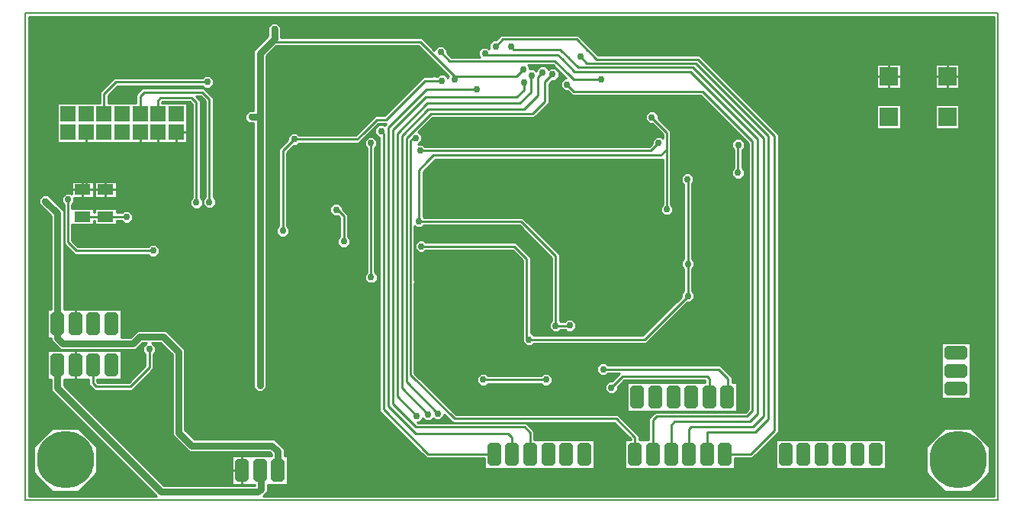
<source format=gbr>
G04 PROTEUS RS274X GERBER FILE*
%FSLAX45Y45*%
%MOMM*%
G01*
%ADD10C,0.254000*%
%ADD11C,0.762000*%
%ADD29C,0.635000*%
%ADD12C,0.762000*%
%AMDIL003*
4,1,8,
-1.270000,0.457200,-0.965200,0.762000,0.965200,0.762000,1.270000,0.457200,1.270000,-0.457200,
0.965200,-0.762000,-0.965200,-0.762000,-1.270000,-0.457200,-1.270000,0.457200,
0*%
%ADD13DIL003*%
%AMDIL004*
4,1,8,
-0.762000,0.965200,-0.457200,1.270000,0.457200,1.270000,0.762000,0.965200,0.762000,-0.965200,
0.457200,-1.270000,-0.457200,-1.270000,-0.762000,-0.965200,-0.762000,0.965200,
0*%
%ADD14DIL004*%
%ADD15C,6.350000*%
%ADD16R,1.778000X1.778000*%
%ADD70R,1.803400X1.143000*%
%ADD27R,2.032000X2.032000*%
%ADD28C,0.203200*%
G36*
X+9672320Y-6370320D02*
X+1559595Y-6370320D01*
X+1607819Y-6322096D01*
X+1607819Y-6246411D01*
X+1832204Y-6246411D01*
X+1832204Y-5926373D01*
X+1794104Y-5926373D01*
X+1794104Y-5846428D01*
X+1686886Y-5739210D01*
X+794749Y-5739210D01*
X+692165Y-5636626D01*
X+692165Y-4740900D01*
X+483105Y-4531840D01*
X+163919Y-4531840D01*
X+87092Y-4608667D01*
X-14681Y-4608667D01*
X-14681Y-4297681D01*
X-652781Y-4297681D01*
X-652781Y-3204830D01*
X-827570Y-3030040D01*
X-886486Y-3030040D01*
X-928147Y-3071701D01*
X-928147Y-3130617D01*
X-886485Y-3172278D01*
X-795019Y-3263744D01*
X-795019Y-4297681D01*
X-833119Y-4297681D01*
X-833119Y-4617719D01*
X-795019Y-4617719D01*
X-795019Y-4649610D01*
X-693724Y-4750905D01*
X+146006Y-4750905D01*
X+222833Y-4674078D01*
X+264928Y-4674078D01*
X+225838Y-4713168D01*
X+225838Y-4772084D01*
X+251238Y-4797484D01*
X+251238Y-4924216D01*
X+66613Y-5108841D01*
X-274803Y-5108841D01*
X-284481Y-5099163D01*
X-284481Y-5074919D01*
X-14681Y-5074919D01*
X-14681Y-4754881D01*
X-833119Y-4754881D01*
X-833119Y-5074919D01*
X-795019Y-5074919D01*
X-795019Y-5203374D01*
X+371927Y-6370320D01*
X-1036320Y-6370320D01*
X-1036320Y-1059180D01*
X+9672320Y-1059180D01*
X+9672320Y-6370320D01*
G37*
%LPC*%
G36*
X+9405619Y-4890719D02*
X+9405619Y-5290719D01*
X+9085581Y-5290719D01*
X+9085581Y-4672281D01*
X+9405619Y-4672281D01*
X+9405619Y-4890719D01*
G37*
G36*
X+8465719Y-6065519D02*
X+7247281Y-6065519D01*
X+7247281Y-5745481D01*
X+8465719Y-5745481D01*
X+8465719Y-6065519D01*
G37*
G36*
X+8920481Y-6114190D02*
X+8920481Y-5823810D01*
X+9125810Y-5618481D01*
X+9416190Y-5618481D01*
X+9621519Y-5823810D01*
X+9621519Y-6114190D01*
X+9416190Y-6319519D01*
X+9125810Y-6319519D01*
X+8920481Y-6114190D01*
G37*
G36*
X-985519Y-6114190D02*
X-985519Y-5823810D01*
X-780190Y-5618481D01*
X-489810Y-5618481D01*
X-284481Y-5823810D01*
X-284481Y-6114190D01*
X-489810Y-6319519D01*
X-780190Y-6319519D01*
X-985519Y-6114190D01*
G37*
G36*
X+1755080Y-1166039D02*
X+1755080Y-1287781D01*
X+3320937Y-1287781D01*
X+3459481Y-1426325D01*
X+3459481Y-1418342D01*
X+3501142Y-1376681D01*
X+3560058Y-1376681D01*
X+3601719Y-1418342D01*
X+3601719Y-1454263D01*
X+3648925Y-1501469D01*
X+3962059Y-1501469D01*
X+3951452Y-1490862D01*
X+3951452Y-1431946D01*
X+3993113Y-1390285D01*
X+4052029Y-1390285D01*
X+4069081Y-1407337D01*
X+4069081Y-1354842D01*
X+4110742Y-1313181D01*
X+4146663Y-1313181D01*
X+4200437Y-1259407D01*
X+5059572Y-1259407D01*
X+5281157Y-1480992D01*
X+6403202Y-1480992D01*
X+7281496Y-2359286D01*
X+7281496Y-2406537D01*
X+7281495Y-5657818D01*
X+6988094Y-5951219D01*
X+6795719Y-5951219D01*
X+6795719Y-6065519D01*
X+5577281Y-6065519D01*
X+5577281Y-5745481D01*
X+5640781Y-5745481D01*
X+5640781Y-5741457D01*
X+5458519Y-5559195D01*
X+3665739Y-5559195D01*
X+3570212Y-5463668D01*
X+3570212Y-5485284D01*
X+3528551Y-5526945D01*
X+3469635Y-5526945D01*
X+3449789Y-5507099D01*
X+3421384Y-5535504D01*
X+3362468Y-5535504D01*
X+3333995Y-5507031D01*
X+3333995Y-5512017D01*
X+3292334Y-5553678D01*
X+3268834Y-5553678D01*
X+3276034Y-5560878D01*
X+4480765Y-5560878D01*
X+4570219Y-5650332D01*
X+4570219Y-5745481D01*
X+5233719Y-5745481D01*
X+5233719Y-6065519D01*
X+4015281Y-6065519D01*
X+4015281Y-5951219D01*
X+3371964Y-5951219D01*
X+2849882Y-5429137D01*
X+2849882Y-2395219D01*
X+2840742Y-2395219D01*
X+2799081Y-2353558D01*
X+2799081Y-2294642D01*
X+2840742Y-2252981D01*
X+2899658Y-2252981D01*
X+2907210Y-2260534D01*
X+2926171Y-2241573D01*
X+2839583Y-2241573D01*
X+2622437Y-2458719D01*
X+1959858Y-2458719D01*
X+1934458Y-2484119D01*
X+1898537Y-2484119D01*
X+1823719Y-2558937D01*
X+1823719Y-3374142D01*
X+1849119Y-3399542D01*
X+1849119Y-3458458D01*
X+1807458Y-3500119D01*
X+1748542Y-3500119D01*
X+1706881Y-3458458D01*
X+1706881Y-3399542D01*
X+1732281Y-3374142D01*
X+1732281Y-2521063D01*
X+1833881Y-2419463D01*
X+1833881Y-2383542D01*
X+1875542Y-2341881D01*
X+1934458Y-2341881D01*
X+1959858Y-2367281D01*
X+2584563Y-2367281D01*
X+2801709Y-2150135D01*
X+2905933Y-2150135D01*
X+3336487Y-1719581D01*
X+3374361Y-1719581D01*
X+3440131Y-1719582D01*
X+3426833Y-1706284D01*
X+3426833Y-1679982D01*
X+3445432Y-1661383D01*
X+3471734Y-1661383D01*
X+3490333Y-1679982D01*
X+3490333Y-1706284D01*
X+3477036Y-1719581D01*
X+3488442Y-1719581D01*
X+3513842Y-1694181D01*
X+3572758Y-1694181D01*
X+3611881Y-1733304D01*
X+3611881Y-1723142D01*
X+3619434Y-1715590D01*
X+3283063Y-1379219D01*
X+1705857Y-1379219D01*
X+1595119Y-1489957D01*
X+1595119Y-5172958D01*
X+1553458Y-5214619D01*
X+1494542Y-5214619D01*
X+1452881Y-5172958D01*
X+1452881Y-2236791D01*
X+1403587Y-2236791D01*
X+1361926Y-2195130D01*
X+1361926Y-2136214D01*
X+1403587Y-2094553D01*
X+1452881Y-2094553D01*
X+1452881Y-1431042D01*
X+1503682Y-1380242D01*
X+1612842Y-1271082D01*
X+1612842Y-1166039D01*
X+1654503Y-1124378D01*
X+1713419Y-1124378D01*
X+1755080Y-1166039D01*
G37*
G36*
X+1010919Y-1748542D02*
X+1010919Y-1807458D01*
X+969258Y-1849119D01*
X+910342Y-1849119D01*
X+884942Y-1823719D01*
X-57241Y-1823719D01*
X-160581Y-1927059D01*
X-160581Y-2011681D01*
X+149264Y-2011681D01*
X+149264Y-1915240D01*
X+217184Y-1847320D01*
X+904536Y-1847320D01*
X+1006792Y-1949576D01*
X+1006792Y-3054242D01*
X+1032192Y-3079642D01*
X+1032192Y-3138558D01*
X+990531Y-3180219D01*
X+931615Y-3180219D01*
X+889954Y-3138558D01*
X+889954Y-3079642D01*
X+915354Y-3054242D01*
X+915354Y-1987450D01*
X+866662Y-1938758D01*
X+814868Y-1938758D01*
X+863971Y-1987861D01*
X+863971Y-3060742D01*
X+889371Y-3086142D01*
X+889371Y-3145058D01*
X+847710Y-3186719D01*
X+788794Y-3186719D01*
X+747133Y-3145058D01*
X+747133Y-3086142D01*
X+772533Y-3060742D01*
X+772533Y-2025735D01*
X+745547Y-1998749D01*
X+440782Y-1998749D01*
X+434976Y-2004555D01*
X+434976Y-2011681D01*
X+715619Y-2011681D01*
X+715619Y-2455519D01*
X-728219Y-2455519D01*
X-728219Y-2011681D01*
X-252019Y-2011681D01*
X-252019Y-1889185D01*
X-95115Y-1732281D01*
X+884942Y-1732281D01*
X+910342Y-1706881D01*
X+969258Y-1706881D01*
X+1010919Y-1748542D01*
G37*
G36*
X-321311Y-3061969D02*
X-535181Y-3061969D01*
X-535181Y-3110446D01*
X-560581Y-3135846D01*
X-560581Y-3181631D01*
X-321311Y-3181631D01*
X-321311Y-3226081D01*
X-313689Y-3226081D01*
X-313689Y-3181631D01*
X-67311Y-3181631D01*
X-67311Y-3226081D01*
X-5245Y-3226081D01*
X+15816Y-3205020D01*
X+74732Y-3205020D01*
X+116393Y-3246681D01*
X+116393Y-3305597D01*
X+74732Y-3347258D01*
X+15816Y-3347258D01*
X-13923Y-3317519D01*
X-67311Y-3317519D01*
X-67311Y-3361969D01*
X-313689Y-3361969D01*
X-313689Y-3317519D01*
X-321311Y-3317519D01*
X-321311Y-3361969D01*
X-560581Y-3361969D01*
X-560581Y-3535652D01*
X-492349Y-3603884D01*
X+282632Y-3603884D01*
X+308032Y-3578484D01*
X+366948Y-3578484D01*
X+408609Y-3620145D01*
X+408609Y-3679061D01*
X+366948Y-3720722D01*
X+308032Y-3720722D01*
X+282632Y-3695322D01*
X-530223Y-3695322D01*
X-652019Y-3573526D01*
X-652019Y-3135846D01*
X-677419Y-3110446D01*
X-677419Y-3051530D01*
X-635758Y-3009869D01*
X-576842Y-3009869D01*
X-567689Y-3019022D01*
X-567689Y-2881631D01*
X-321311Y-2881631D01*
X-321311Y-3061969D01*
G37*
G36*
X-313689Y-3061969D02*
X-313689Y-2881631D01*
X-67311Y-2881631D01*
X-67311Y-3061969D01*
X-313689Y-3061969D01*
G37*
G36*
X+8366881Y-1583481D02*
X+8636119Y-1583481D01*
X+8636119Y-1852719D01*
X+8366881Y-1852719D01*
X+8366881Y-1583481D01*
G37*
G36*
X+9016881Y-1583481D02*
X+9286119Y-1583481D01*
X+9286119Y-1852719D01*
X+9016881Y-1852719D01*
X+9016881Y-1583481D01*
G37*
G36*
X+8366881Y-2033481D02*
X+8636119Y-2033481D01*
X+8636119Y-2302719D01*
X+8366881Y-2302719D01*
X+8366881Y-2033481D01*
G37*
G36*
X+9016881Y-2033481D02*
X+9286119Y-2033481D01*
X+9286119Y-2302719D01*
X+9016881Y-2302719D01*
X+9016881Y-2033481D01*
G37*
G36*
X-857250Y-1283151D02*
X-857250Y-1256849D01*
X-838651Y-1238250D01*
X-812349Y-1238250D01*
X-793750Y-1256849D01*
X-793750Y-1283151D01*
X-812349Y-1301750D01*
X-838651Y-1301750D01*
X-857250Y-1283151D01*
G37*
G36*
X+2443325Y-3166598D02*
X+2443325Y-3187238D01*
X+2501547Y-3245460D01*
X+2501547Y-3491761D01*
X+2526947Y-3517161D01*
X+2526947Y-3576077D01*
X+2485286Y-3617738D01*
X+2426370Y-3617738D01*
X+2384709Y-3576077D01*
X+2384709Y-3517161D01*
X+2410109Y-3491761D01*
X+2410109Y-3283334D01*
X+2393950Y-3267175D01*
X+2342748Y-3267175D01*
X+2301087Y-3225514D01*
X+2301087Y-3166598D01*
X+2342748Y-3124937D01*
X+2401664Y-3124937D01*
X+2443325Y-3166598D01*
G37*
G36*
X+2825765Y-2426225D02*
X+2825765Y-2485141D01*
X+2800365Y-2510541D01*
X+2800365Y-3885951D01*
X+2828300Y-3913886D01*
X+2828300Y-3972802D01*
X+2786639Y-4014463D01*
X+2727723Y-4014463D01*
X+2686062Y-3972802D01*
X+2686062Y-3913886D01*
X+2708927Y-3891021D01*
X+2708927Y-2510541D01*
X+2683527Y-2485141D01*
X+2683527Y-2426225D01*
X+2725188Y-2384564D01*
X+2784104Y-2384564D01*
X+2825765Y-2426225D01*
G37*
G36*
X+3078542Y-1705659D02*
X+3078542Y-1679357D01*
X+3097141Y-1660758D01*
X+3123443Y-1660758D01*
X+3142042Y-1679357D01*
X+3142042Y-1705659D01*
X+3123443Y-1724258D01*
X+3097141Y-1724258D01*
X+3078542Y-1705659D01*
G37*
%LPD*%
G36*
X+4907281Y-1720737D02*
X+4921595Y-1735051D01*
X+4902143Y-1735051D01*
X+4860482Y-1776712D01*
X+4860482Y-1835628D01*
X+4902143Y-1877289D01*
X+4938064Y-1877289D01*
X+4990475Y-1929700D01*
X+6415326Y-1929700D01*
X+6942963Y-2457337D01*
X+6942963Y-5404743D01*
X+6909865Y-5437841D01*
X+5908627Y-5437841D01*
X+5840781Y-5505687D01*
X+5840781Y-5745481D01*
X+5732219Y-5745481D01*
X+5732219Y-5703583D01*
X+5496393Y-5467757D01*
X+3703613Y-5467757D01*
X+3241449Y-5005593D01*
X+3241449Y-4006865D01*
X+3256350Y-4021766D01*
X+3282652Y-4021766D01*
X+3301251Y-4003167D01*
X+3301251Y-3976865D01*
X+3282652Y-3958266D01*
X+3256350Y-3958266D01*
X+3241449Y-3973167D01*
X+3241449Y-3377804D01*
X+3259764Y-3396119D01*
X+3318680Y-3396119D01*
X+3344080Y-3370719D01*
X+4402629Y-3370719D01*
X+4759247Y-3727337D01*
X+4759248Y-4095750D01*
X+4759247Y-4428242D01*
X+4733847Y-4453642D01*
X+4733847Y-4512558D01*
X+4775508Y-4554219D01*
X+4834424Y-4554219D01*
X+4859824Y-4528819D01*
X+4910557Y-4528819D01*
X+4933391Y-4551653D01*
X+4992307Y-4551653D01*
X+5033968Y-4509992D01*
X+5033968Y-4451076D01*
X+4992307Y-4409415D01*
X+4933391Y-4409415D01*
X+4905425Y-4437381D01*
X+4859824Y-4437381D01*
X+4850685Y-4428242D01*
X+4850684Y-4095750D01*
X+4850685Y-3689463D01*
X+4440503Y-3279281D01*
X+3344080Y-3279281D01*
X+3334941Y-3270142D01*
X+3334941Y-2773355D01*
X+3470705Y-2637591D01*
X+5994619Y-2637591D01*
X+5994619Y-3135081D01*
X+5969219Y-3160481D01*
X+5969219Y-3219397D01*
X+6010880Y-3261058D01*
X+6069796Y-3261058D01*
X+6111457Y-3219397D01*
X+6111457Y-3160481D01*
X+6086057Y-3135081D01*
X+6086057Y-2320351D01*
X+5944324Y-2178618D01*
X+5944324Y-2142697D01*
X+5902663Y-2101036D01*
X+5843747Y-2101036D01*
X+5802086Y-2142697D01*
X+5802086Y-2201613D01*
X+5843747Y-2243274D01*
X+5879668Y-2243274D01*
X+5994619Y-2358225D01*
X+5994619Y-2398804D01*
X+5980095Y-2384280D01*
X+5921179Y-2384280D01*
X+5879518Y-2425941D01*
X+5879518Y-2461862D01*
X+5847099Y-2494281D01*
X+3356858Y-2494281D01*
X+3331458Y-2468881D01*
X+3282106Y-2468881D01*
X+3322319Y-2428668D01*
X+3322319Y-2369752D01*
X+3283562Y-2330994D01*
X+3439065Y-2175491D01*
X+4568240Y-2175491D01*
X+4732019Y-2011712D01*
X+4732019Y-1797243D01*
X+4765915Y-1763347D01*
X+4801836Y-1763347D01*
X+4843497Y-1721686D01*
X+4843497Y-1662770D01*
X+4801836Y-1621109D01*
X+4742920Y-1621109D01*
X+4728204Y-1635825D01*
X+4692629Y-1600250D01*
X+4633713Y-1600250D01*
X+4592052Y-1641911D01*
X+4592052Y-1657468D01*
X+4569158Y-1634574D01*
X+4516119Y-1634574D01*
X+4516119Y-1608842D01*
X+4500184Y-1592907D01*
X+4779451Y-1592907D01*
X+4907281Y-1720737D01*
G37*
%LPC*%
G36*
X+5388858Y-4918889D02*
X+6634545Y-4918889D01*
X+6764019Y-5048363D01*
X+6764019Y-5110481D01*
X+6821219Y-5110481D01*
X+6821219Y-5430519D01*
X+5602781Y-5430519D01*
X+5602781Y-5110481D01*
X+6466281Y-5110481D01*
X+6466281Y-5089108D01*
X+6466101Y-5088928D01*
X+5567528Y-5088928D01*
X+5494019Y-5162437D01*
X+5494019Y-5198358D01*
X+5452358Y-5240019D01*
X+5393442Y-5240019D01*
X+5351781Y-5198358D01*
X+5351781Y-5139442D01*
X+5393442Y-5097781D01*
X+5429363Y-5097781D01*
X+5516817Y-5010327D01*
X+5388858Y-5010327D01*
X+5363458Y-5035727D01*
X+5304542Y-5035727D01*
X+5262881Y-4994066D01*
X+5262881Y-4935150D01*
X+5304542Y-4893489D01*
X+5363458Y-4893489D01*
X+5388858Y-4918889D01*
G37*
G36*
X+4770119Y-5050542D02*
X+4770119Y-5109458D01*
X+4728458Y-5151119D01*
X+4669542Y-5151119D01*
X+4644142Y-5125719D01*
X+4055358Y-5125719D01*
X+4029958Y-5151119D01*
X+3971042Y-5151119D01*
X+3929381Y-5109458D01*
X+3929381Y-5050542D01*
X+3971042Y-5008881D01*
X+4029958Y-5008881D01*
X+4055358Y-5034281D01*
X+4644142Y-5034281D01*
X+4669542Y-5008881D01*
X+4728458Y-5008881D01*
X+4770119Y-5050542D01*
G37*
G36*
X+6339330Y-2825553D02*
X+6339330Y-2884469D01*
X+6319519Y-2904280D01*
X+6319519Y-3742442D01*
X+6344919Y-3767842D01*
X+6344919Y-3826758D01*
X+6319519Y-3852158D01*
X+6319519Y-4098042D01*
X+6344919Y-4123442D01*
X+6344919Y-4182358D01*
X+6303258Y-4224019D01*
X+6267337Y-4224019D01*
X+5810137Y-4681219D01*
X+4563358Y-4681219D01*
X+4537958Y-4706619D01*
X+4479042Y-4706619D01*
X+4437381Y-4664958D01*
X+4437381Y-4606042D01*
X+4439341Y-4604082D01*
X+4439341Y-3760195D01*
X+4325701Y-3646555D01*
X+3368246Y-3646555D01*
X+3342846Y-3671955D01*
X+3283930Y-3671955D01*
X+3242269Y-3630294D01*
X+3242269Y-3571378D01*
X+3283930Y-3529717D01*
X+3342846Y-3529717D01*
X+3368246Y-3555117D01*
X+4363575Y-3555117D01*
X+4530779Y-3722321D01*
X+4530779Y-4564381D01*
X+4537958Y-4564381D01*
X+4563358Y-4589781D01*
X+5772263Y-4589781D01*
X+6202681Y-4159363D01*
X+6202681Y-4123442D01*
X+6228081Y-4098042D01*
X+6228081Y-3852158D01*
X+6202681Y-3826758D01*
X+6202681Y-3767842D01*
X+6228081Y-3742442D01*
X+6228081Y-2915458D01*
X+6197092Y-2884469D01*
X+6197092Y-2825553D01*
X+6238753Y-2783892D01*
X+6297669Y-2783892D01*
X+6339330Y-2825553D01*
G37*
G36*
X+6903719Y-2447042D02*
X+6903719Y-2505958D01*
X+6875393Y-2534284D01*
X+6875393Y-2729435D01*
X+6900793Y-2754835D01*
X+6900793Y-2813751D01*
X+6859132Y-2855412D01*
X+6800216Y-2855412D01*
X+6758555Y-2813751D01*
X+6758555Y-2754835D01*
X+6783955Y-2729435D01*
X+6783955Y-2528432D01*
X+6761481Y-2505958D01*
X+6761481Y-2447042D01*
X+6803142Y-2405381D01*
X+6862058Y-2405381D01*
X+6903719Y-2447042D01*
G37*
G36*
X+3494089Y-5213755D02*
X+3494089Y-5187453D01*
X+3512688Y-5168854D01*
X+3538990Y-5168854D01*
X+3557589Y-5187453D01*
X+3557589Y-5213755D01*
X+3538990Y-5232354D01*
X+3512688Y-5232354D01*
X+3494089Y-5213755D01*
G37*
%LPD*%
G36*
X+426877Y-4676764D02*
X+549927Y-4799814D01*
X+549927Y-5695540D01*
X+735835Y-5881448D01*
X+1627972Y-5881448D01*
X+1651866Y-5905342D01*
X+1651866Y-5926373D01*
X+1213766Y-5926373D01*
X+1213766Y-6246411D01*
X+1465581Y-6246411D01*
X+1465581Y-6254043D01*
X+456802Y-6254043D01*
X-652781Y-5144460D01*
X-652781Y-5074919D01*
X-375919Y-5074919D01*
X-375919Y-5137037D01*
X-312677Y-5200279D01*
X+104487Y-5200279D01*
X+342676Y-4962090D01*
X+342676Y-4797484D01*
X+368076Y-4772084D01*
X+368076Y-4713168D01*
X+328986Y-4674078D01*
X+424191Y-4674078D01*
X+426877Y-4676764D01*
G37*
D10*
X+2870200Y-2324100D02*
X+2895600Y-2349500D01*
X+2895600Y-5410199D01*
X+3390901Y-5905500D01*
X+4124500Y-5905500D01*
X+296957Y-4742626D02*
X+296957Y-4943153D01*
X+85550Y-5154560D01*
X-293740Y-5154560D01*
X-330200Y-5118100D01*
X-330200Y-4921200D01*
X-323900Y-4914900D01*
X-762000Y-1524000D02*
X-825500Y-1460500D01*
X-825500Y-1270000D01*
X-444500Y-2971800D02*
X-762000Y-2971800D01*
X-825500Y-2908300D01*
X-825500Y-1587500D01*
X-762000Y-1524000D01*
X+270591Y-3450509D02*
X+195881Y-3375799D01*
X+195881Y-2971800D01*
X-523900Y-4457700D02*
X-523900Y-4268170D01*
X-427468Y-4171738D01*
X-348209Y-4092479D01*
X+569730Y-4092479D01*
X+667422Y-3994787D01*
X+667422Y-3674061D01*
X+521805Y-3528444D01*
X+510746Y-3528444D01*
X+348526Y-3528444D01*
X+336653Y-3516571D01*
X+270591Y-3450509D01*
X+195881Y-2971800D02*
X+195881Y-2900981D01*
X-190500Y-2971800D02*
X+195881Y-2971800D01*
X+193700Y-2333600D02*
X+195881Y-2335781D01*
X+195881Y-2863280D01*
X+195881Y-2900981D02*
X+195881Y-2863280D01*
X-444500Y-2971800D02*
X-203200Y-2971800D01*
X-190500Y-2971800D02*
X-203200Y-2971800D01*
X-406300Y-2333600D02*
X-406300Y-2933600D01*
X-444500Y-2971800D01*
X+3251200Y-2399210D02*
X+3251200Y-2374900D01*
X+3195730Y-2430370D01*
X+3195730Y-5024530D01*
X+3684676Y-5513476D01*
X+5477456Y-5513476D01*
X+5686500Y-5722520D01*
X+5686500Y-5905500D01*
X+3499093Y-5455826D02*
X+3149600Y-5106333D01*
X+3149600Y-5020263D01*
X+3262876Y-5482559D02*
X+3048000Y-5267683D01*
X+4539700Y-1705693D02*
X+4533900Y-1711493D01*
X+4533900Y-1892300D01*
X+4409803Y-2016397D01*
X+3381104Y-2016397D01*
X+3048000Y-2349501D01*
X+3048000Y-5216104D01*
X+3048000Y-5267683D01*
X-606300Y-3080988D02*
X-606300Y-3554589D01*
X-565712Y-3595177D01*
X-511286Y-3649603D01*
X+337490Y-3649603D01*
X+4000500Y-5080000D02*
X+4699000Y-5080000D01*
X+3302000Y-2540000D02*
X+5866036Y-2540000D01*
X+5950637Y-2455399D01*
X+939800Y-1778000D02*
X-76178Y-1778000D01*
X-206300Y-1908122D01*
X-206300Y-2133600D01*
X+193700Y-2133600D02*
X+194983Y-2132317D01*
X+194983Y-1934177D01*
X+236121Y-1893039D01*
X+885599Y-1893039D01*
X+961073Y-1968513D01*
X+961073Y-3109100D01*
X+393700Y-2133600D02*
X+387395Y-2138316D01*
X+389257Y-2136454D01*
X+389257Y-1985618D01*
X+421845Y-1953030D01*
X+764484Y-1953030D01*
X+818252Y-2006798D01*
X+818252Y-3115600D01*
X+5422900Y-5168900D02*
X+5548591Y-5043209D01*
X+6485038Y-5043209D01*
X+6512000Y-5070171D01*
X+6512000Y-5270500D01*
X+5334000Y-4964608D02*
X+6615608Y-4964608D01*
X+6718300Y-5067300D01*
X+6718300Y-5264200D01*
X+6712000Y-5270500D01*
X+1778000Y-3429000D02*
X+1778000Y-2540000D01*
X+1905000Y-2413000D01*
X+3289222Y-3325000D02*
X+3746500Y-3325000D01*
X+6040338Y-3189939D02*
X+6040338Y-2755900D01*
X+6040338Y-2730500D02*
X+6040338Y-2755900D01*
X-190500Y-3271800D02*
X+40935Y-3271800D01*
X+45274Y-3276139D01*
X-190500Y-3271800D02*
X-444500Y-3271800D01*
X+4962849Y-4480534D02*
X+4972573Y-4480534D01*
X+4970007Y-4483100D01*
X+4804966Y-4483100D01*
X+3931405Y-1858255D02*
X+3374145Y-1858255D01*
X+2946400Y-2286000D01*
X+2946400Y-5372100D01*
X+3251200Y-5676900D01*
X+4279900Y-5676900D01*
X+4324500Y-5721500D01*
X+4324500Y-5905500D01*
X+4635500Y-4635500D02*
X+5270500Y-4635500D01*
X+6273800Y-4152900D02*
X+5791200Y-4635500D01*
X+5435600Y-4635500D01*
X+5270500Y-4635500D02*
X+5435600Y-4635500D01*
X+4508500Y-4635500D02*
X+4485060Y-4612060D01*
X+4485060Y-3741258D01*
X+4344638Y-3600836D01*
X+3313388Y-3600836D01*
X+4508500Y-4635500D02*
X+4635500Y-4635500D01*
X+2455828Y-3546619D02*
X+2455828Y-3264397D01*
X+2372206Y-3180775D01*
X+2372206Y-3196056D01*
D11*
X-723900Y-4457700D02*
X-723900Y-3234287D01*
X-857028Y-3101159D01*
X+1722985Y-6086392D02*
X+1722985Y-5875885D01*
X+1714500Y-5867400D01*
X+1657429Y-5810329D01*
X+765292Y-5810329D01*
X+621046Y-5666083D01*
X+621046Y-4770357D01*
X+477165Y-4626476D01*
X+453648Y-4602959D01*
X+193376Y-4602959D01*
X+116549Y-4679786D01*
X-664267Y-4679786D01*
X-723900Y-4620153D01*
X-723900Y-4457700D01*
D10*
X+6273800Y-3797300D02*
X+6273800Y-3848100D01*
X+6268211Y-2855011D02*
X+6273800Y-2860600D01*
X+6273800Y-3797300D01*
X+6273800Y-4152900D02*
X+6273800Y-3848100D01*
D11*
X+1524000Y-2159000D02*
X+1524000Y-5143500D01*
X+1524000Y-1841500D02*
X+1524000Y-2159000D01*
D29*
X+1524000Y-6081898D02*
X+1525692Y-6080206D01*
D10*
X+1522985Y-6086392D02*
X+1524000Y-6084073D01*
D11*
X+1524000Y-6087407D01*
X+1524000Y-6081898D02*
X+1524000Y-6084073D01*
D10*
X+1525692Y-6080206D02*
X+1524000Y-6084073D01*
D11*
X-723900Y-4914900D02*
X-723900Y-5173917D01*
X-669024Y-5228793D01*
X+427345Y-6325162D01*
X+1504177Y-6325162D01*
X+1536700Y-6292639D01*
X+1536700Y-6261100D01*
X+1536700Y-6091214D01*
X+1525692Y-6080206D01*
X+1523021Y-6081898D02*
X+1522985Y-6081898D01*
X+1524000Y-6081898D02*
X+1523021Y-6081898D01*
D29*
X+1523013Y-6082885D02*
X+1523061Y-6082837D01*
X+1523013Y-6082885D02*
X+1522985Y-6082913D01*
D10*
X+1522985Y-6086392D02*
X+1523013Y-6082885D01*
X+1523021Y-6081898D02*
X+1523013Y-6082885D01*
D11*
X+1522593Y-6081898D02*
X+1522544Y-6081898D01*
X+1522985Y-6081898D02*
X+1522593Y-6081898D01*
D29*
X+1522985Y-6081898D02*
X+1522985Y-6075689D01*
X+1522593Y-6076081D01*
X+1522985Y-6081898D02*
X+1522985Y-6082913D01*
D11*
X+1522544Y-6081898D02*
X+1522593Y-6083305D01*
D29*
X+1522593Y-6081898D02*
X+1522593Y-6083305D01*
X+1522593Y-6081898D02*
X+1522593Y-6076081D01*
D11*
X+1522985Y-6086392D02*
X+1524000Y-6087407D01*
D29*
X+1524000Y-6081898D02*
X+1523061Y-6082837D01*
D11*
X+1522985Y-6086392D02*
X+1523061Y-6082837D01*
D29*
X+1522985Y-6086392D02*
X+1522985Y-6082913D01*
X+1522593Y-6083305D01*
D10*
X+4458798Y-1785213D02*
X+4458798Y-1864967D01*
X+4375699Y-1948066D01*
X+3360534Y-1948066D01*
X+2997200Y-2311400D01*
X+2997200Y-5346700D01*
X+3257097Y-5606597D01*
X+4461828Y-5606597D01*
X+4524500Y-5669269D01*
X+4524500Y-5905500D01*
D11*
X+1433045Y-2165672D02*
X+1517328Y-2165672D01*
X+1524000Y-2159000D01*
D10*
X+1651000Y-1333500D02*
X+1707093Y-1333500D01*
D11*
X+1524000Y-1460500D02*
X+1524000Y-1515220D01*
X+1524000Y-1841500D02*
X+1524000Y-1515220D01*
D10*
X+6829674Y-2784293D02*
X+6829674Y-2479426D01*
X+6832600Y-2476500D01*
X+6988682Y-2438400D02*
X+6988682Y-5423680D01*
X+6928802Y-5483560D01*
X+5927564Y-5483560D01*
X+5886500Y-5524624D01*
X+5886500Y-5905500D01*
X+7112000Y-2400300D02*
X+7112000Y-5435600D01*
X+7112000Y-5486615D01*
X+6997915Y-5600700D01*
X+6311900Y-5600700D01*
X+6286500Y-5626100D01*
X+6286500Y-5905500D01*
X+7167893Y-2374900D02*
X+7166779Y-2373786D01*
X+7166779Y-5517588D01*
X+7020167Y-5664200D01*
X+6489700Y-5664200D01*
X+6486500Y-5667400D01*
X+6486500Y-5905500D01*
X+7235777Y-2387600D02*
X+7235777Y-2378223D01*
X+7235777Y-2387600D02*
X+7235777Y-5638880D01*
X+7231166Y-5643491D01*
X+6969157Y-5905500D01*
X+6686500Y-5905500D01*
X+5873205Y-2172155D02*
X+6040338Y-2339288D01*
X+6040338Y-2451100D01*
X+6815391Y-2265109D02*
X+6434263Y-1883981D01*
X+5119717Y-1883981D01*
X+5009412Y-1883981D01*
X+4931601Y-1806170D01*
X+6988682Y-2438400D02*
X+6815391Y-2265109D01*
X+4772378Y-1692228D02*
X+4686300Y-1778306D01*
X+4686300Y-1849291D01*
X+4686300Y-1992775D01*
X+4549303Y-2129772D01*
X+3420128Y-2129772D01*
X+3149600Y-2400300D01*
X+3149600Y-5003800D01*
X+3149600Y-5020263D01*
X+4663171Y-1671369D02*
X+4611768Y-1722772D01*
X+4611768Y-1808799D01*
X+4611768Y-1929955D01*
X+4457641Y-2084082D01*
X+3389617Y-2084082D01*
X+3098800Y-2374899D01*
X+3098800Y-5171259D01*
X+3391926Y-5464385D01*
X+5740400Y-1618066D02*
X+5665854Y-1618066D01*
X+7112000Y-2400300D02*
X+6329766Y-1618066D01*
X+5740400Y-1618066D01*
X+5765800Y-1572418D02*
X+5689600Y-1572418D01*
X+5153818Y-1572418D01*
X+5080000Y-1498600D01*
X+7166779Y-2373786D02*
X+6365411Y-1572418D01*
X+5765800Y-1572418D01*
X+5829300Y-1526711D02*
X+5736878Y-1526711D01*
X+7235777Y-2378223D02*
X+6384265Y-1526711D01*
X+5829300Y-1526711D01*
X+3683000Y-1714500D02*
X+4368800Y-1714500D01*
X+4445000Y-1638300D01*
X+3683000Y-1752600D02*
X+3683000Y-1714500D01*
X+3543300Y-1765300D02*
X+3355424Y-1765300D01*
X+3284262Y-1836462D01*
X+3179655Y-1941069D01*
X+2924870Y-2195854D01*
X+2849673Y-2195854D01*
X+2820646Y-2195854D01*
X+2667000Y-2349500D01*
X+2603500Y-2413000D01*
X+1905000Y-2413000D01*
X+3683000Y-1714500D02*
X+3399994Y-1431494D01*
X+3302000Y-1333500D01*
X+3263900Y-1333500D01*
X+3032105Y-1333500D01*
X+1707093Y-1333500D01*
X+2757181Y-3943344D02*
X+2754646Y-3940809D01*
X+2754646Y-2455683D01*
X+3458583Y-1693133D02*
X+3110917Y-1693133D01*
X+3110292Y-1692508D01*
X+4953000Y-1701800D02*
X+4798388Y-1547188D01*
X+4798387Y-1547188D01*
X+4643048Y-1547188D01*
X+3945081Y-1547188D01*
X+3629988Y-1547188D01*
X+3530600Y-1447800D01*
X+5308600Y-1752600D02*
X+5003799Y-1752600D01*
X+4953000Y-1701800D01*
X+4798388Y-1547188D01*
X+4798387Y-1547188D01*
X+4643048Y-1547188D01*
X+3945081Y-1547188D01*
X+4876800Y-1524000D02*
X+4831949Y-1479149D01*
X+4040316Y-1479149D01*
X+4022571Y-1461404D01*
X+6086500Y-5905500D02*
X+6086500Y-5581872D01*
X+6123653Y-5544719D01*
X+6958586Y-5544719D01*
X+7048500Y-5454805D01*
X+7048500Y-2413000D01*
X+6299200Y-1663700D01*
X+5016500Y-1663700D01*
X+4876800Y-1524000D01*
X+4813300Y-1416433D02*
X+4858205Y-1416433D01*
X+4858206Y-1416433D01*
X+5059839Y-1618066D01*
X+5665854Y-1618066D02*
X+5059839Y-1618066D01*
X+4953036Y-1511264D02*
X+4858206Y-1416433D01*
X+4813300Y-1416433D02*
X+4617771Y-1416433D01*
X+4341464Y-1416433D01*
X+4313581Y-1388550D01*
X+4978400Y-1305126D02*
X+5040634Y-1305126D01*
X+5040635Y-1305126D01*
X+5262220Y-1526711D01*
X+5736878Y-1526711D02*
X+5262220Y-1526711D01*
X+5163404Y-1427896D02*
X+5040635Y-1305126D01*
X+4978400Y-1305126D02*
X+4219374Y-1305126D01*
X+4140200Y-1384300D01*
D11*
X+1574800Y-1409700D02*
X+1651000Y-1333500D01*
X+1683961Y-1300539D01*
X+1683961Y-1195497D01*
X+1574800Y-1409700D02*
X+1524000Y-1460500D01*
D10*
X+3269501Y-3990016D02*
X+3269501Y-4944266D01*
X+3525839Y-5200604D01*
X+3289222Y-3325000D02*
X+3289222Y-2754418D01*
X+3385117Y-2658523D01*
X+3451768Y-2591872D01*
X+3666033Y-2591872D01*
X+5975766Y-2591872D01*
X+6040338Y-2527300D01*
X+6040338Y-2730500D02*
X+6040338Y-2527300D01*
X+6040338Y-2451100D01*
X+4292600Y-3325000D02*
X+4421566Y-3325000D01*
X+4804966Y-3708400D01*
X+4804966Y-4483100D02*
X+4804966Y-3708400D01*
X+4292600Y-3325000D02*
X+3746500Y-3325000D01*
D12*
X+2870200Y-2324100D03*
X+296957Y-4742626D03*
X-825500Y-1270000D03*
X+3251200Y-2399210D03*
X+3499093Y-5455826D03*
X+3391926Y-5464385D03*
X+3262876Y-5482559D03*
X+4539700Y-1705693D03*
X+337490Y-3649603D03*
X-606300Y-3080988D03*
X+4699000Y-5080000D03*
X+4000500Y-5080000D03*
X+5950637Y-2455399D03*
X+3302000Y-2540000D03*
X+939800Y-1778000D03*
X+961073Y-3109100D03*
X+818252Y-3115600D03*
X+5422900Y-5168900D03*
X+5334000Y-4964608D03*
X+1905000Y-2413000D03*
X+1778000Y-3429000D03*
X+6040338Y-3189939D03*
X+45274Y-3276139D03*
X+4804966Y-4483100D03*
X+4962849Y-4480534D03*
X+3289222Y-3325000D03*
X+3931405Y-1858255D03*
X+4508500Y-4635500D03*
X+3313388Y-3600836D03*
X+2372206Y-3196056D03*
X+2455828Y-3546619D03*
X-857028Y-3101159D03*
X+6273800Y-4152900D03*
X+6273800Y-3797300D03*
X+6268211Y-2855011D03*
X+1524000Y-5143500D03*
X+3683000Y-1752600D03*
X+4458798Y-1785213D03*
X+1433045Y-2165672D03*
X+6829674Y-2784293D03*
X+6832600Y-2476500D03*
X+4931601Y-1806170D03*
X+5873205Y-2172155D03*
X+4772378Y-1692228D03*
X+4663171Y-1671369D03*
X+5080000Y-1498600D03*
X+4445000Y-1638300D03*
X+3543300Y-1765300D03*
X+2757181Y-3943344D03*
X+2754646Y-2455683D03*
X+5308600Y-1752600D03*
X+3458583Y-1693133D03*
X+3110292Y-1692508D03*
X+3530600Y-1447800D03*
X+4022571Y-1461404D03*
X+4313581Y-1388550D03*
X+4140200Y-1384300D03*
X+1683961Y-1195497D03*
X+3269501Y-3990016D03*
X+3525839Y-5200604D03*
D10*
X+9672320Y-6370320D02*
X+1559595Y-6370320D01*
X+1607819Y-6322096D01*
X+1607819Y-6246411D01*
X+1832204Y-6246411D01*
X+1832204Y-5926373D01*
X+1794104Y-5926373D01*
X+1794104Y-5846428D01*
X+1686886Y-5739210D01*
X+794749Y-5739210D01*
X+692165Y-5636626D01*
X+692165Y-4740900D01*
X+483105Y-4531840D01*
X+163919Y-4531840D01*
X+87092Y-4608667D01*
X-14681Y-4608667D01*
X-14681Y-4297681D01*
X-652781Y-4297681D01*
X-652781Y-3204830D01*
X-827570Y-3030040D01*
X-886486Y-3030040D01*
X-928147Y-3071701D01*
X-928147Y-3130617D01*
X-886485Y-3172278D01*
X-795019Y-3263744D01*
X-795019Y-4297681D01*
X-833119Y-4297681D01*
X-833119Y-4617719D01*
X-795019Y-4617719D01*
X-795019Y-4649610D01*
X-693724Y-4750905D01*
X+146006Y-4750905D01*
X+222833Y-4674078D01*
X+264928Y-4674078D01*
X+225838Y-4713168D01*
X+225838Y-4772084D01*
X+251238Y-4797484D01*
X+251238Y-4924216D01*
X+66613Y-5108841D01*
X-274803Y-5108841D01*
X-284481Y-5099163D01*
X-284481Y-5074919D01*
X-14681Y-5074919D01*
X-14681Y-4754881D01*
X-833119Y-4754881D01*
X-833119Y-5074919D01*
X-795019Y-5074919D01*
X-795019Y-5203374D01*
X+371927Y-6370320D01*
X-1036320Y-6370320D01*
X-1036320Y-1059180D01*
X+9672320Y-1059180D01*
X+9672320Y-6370320D01*
X+9405619Y-4890719D02*
X+9405619Y-5290719D01*
X+9085581Y-5290719D01*
X+9085581Y-4672281D01*
X+9405619Y-4672281D01*
X+9405619Y-4890719D01*
X+8465719Y-6065519D02*
X+7247281Y-6065519D01*
X+7247281Y-5745481D01*
X+8465719Y-5745481D01*
X+8465719Y-6065519D01*
X+8920481Y-6114190D02*
X+8920481Y-5823810D01*
X+9125810Y-5618481D01*
X+9416190Y-5618481D01*
X+9621519Y-5823810D01*
X+9621519Y-6114190D01*
X+9416190Y-6319519D01*
X+9125810Y-6319519D01*
X+8920481Y-6114190D01*
X-985519Y-6114190D02*
X-985519Y-5823810D01*
X-780190Y-5618481D01*
X-489810Y-5618481D01*
X-284481Y-5823810D01*
X-284481Y-6114190D01*
X-489810Y-6319519D01*
X-780190Y-6319519D01*
X-985519Y-6114190D01*
X+1755080Y-1166039D02*
X+1755080Y-1287781D01*
X+3320937Y-1287781D01*
X+3459481Y-1426325D01*
X+3459481Y-1418342D01*
X+3501142Y-1376681D01*
X+3560058Y-1376681D01*
X+3601719Y-1418342D01*
X+3601719Y-1454263D01*
X+3648925Y-1501469D01*
X+3962059Y-1501469D01*
X+3951452Y-1490862D01*
X+3951452Y-1431946D01*
X+3993113Y-1390285D01*
X+4052029Y-1390285D01*
X+4069081Y-1407337D01*
X+4069081Y-1354842D01*
X+4110742Y-1313181D01*
X+4146663Y-1313181D01*
X+4200437Y-1259407D01*
X+5059572Y-1259407D01*
X+5281157Y-1480992D01*
X+6403202Y-1480992D01*
X+7281496Y-2359286D01*
X+7281496Y-2406537D01*
X+7281495Y-5657818D01*
X+6988094Y-5951219D01*
X+6795719Y-5951219D01*
X+6795719Y-6065519D01*
X+5577281Y-6065519D01*
X+5577281Y-5745481D01*
X+5640781Y-5745481D01*
X+5640781Y-5741457D01*
X+5458519Y-5559195D01*
X+3665739Y-5559195D01*
X+3570212Y-5463668D01*
X+3570212Y-5485284D01*
X+3528551Y-5526945D01*
X+3469635Y-5526945D01*
X+3449789Y-5507099D01*
X+3421384Y-5535504D01*
X+3362468Y-5535504D01*
X+3333995Y-5507031D01*
X+3333995Y-5512017D01*
X+3292334Y-5553678D01*
X+3268834Y-5553678D01*
X+3276034Y-5560878D01*
X+4480765Y-5560878D01*
X+4570219Y-5650332D01*
X+4570219Y-5745481D01*
X+5233719Y-5745481D01*
X+5233719Y-6065519D01*
X+4015281Y-6065519D01*
X+4015281Y-5951219D01*
X+3371964Y-5951219D01*
X+2849882Y-5429137D01*
X+2849882Y-2395219D01*
X+2840742Y-2395219D01*
X+2799081Y-2353558D01*
X+2799081Y-2294642D01*
X+2840742Y-2252981D01*
X+2899658Y-2252981D01*
X+2907210Y-2260534D01*
X+2926171Y-2241573D01*
X+2839583Y-2241573D01*
X+2622437Y-2458719D01*
X+1959858Y-2458719D01*
X+1934458Y-2484119D01*
X+1898537Y-2484119D01*
X+1823719Y-2558937D01*
X+1823719Y-3374142D01*
X+1849119Y-3399542D01*
X+1849119Y-3458458D01*
X+1807458Y-3500119D01*
X+1748542Y-3500119D01*
X+1706881Y-3458458D01*
X+1706881Y-3399542D01*
X+1732281Y-3374142D01*
X+1732281Y-2521063D01*
X+1833881Y-2419463D01*
X+1833881Y-2383542D01*
X+1875542Y-2341881D01*
X+1934458Y-2341881D01*
X+1959858Y-2367281D01*
X+2584563Y-2367281D01*
X+2801709Y-2150135D01*
X+2905933Y-2150135D01*
X+3336487Y-1719581D01*
X+3374361Y-1719581D01*
X+3440131Y-1719582D01*
X+3426833Y-1706284D01*
X+3426833Y-1679982D01*
X+3445432Y-1661383D01*
X+3471734Y-1661383D01*
X+3490333Y-1679982D01*
X+3490333Y-1706284D01*
X+3477036Y-1719581D01*
X+3488442Y-1719581D01*
X+3513842Y-1694181D01*
X+3572758Y-1694181D01*
X+3611881Y-1733304D01*
X+3611881Y-1723142D01*
X+3619434Y-1715590D01*
X+3283063Y-1379219D01*
X+1705857Y-1379219D01*
X+1595119Y-1489957D01*
X+1595119Y-5172958D01*
X+1553458Y-5214619D01*
X+1494542Y-5214619D01*
X+1452881Y-5172958D01*
X+1452881Y-2236791D01*
X+1403587Y-2236791D01*
X+1361926Y-2195130D01*
X+1361926Y-2136214D01*
X+1403587Y-2094553D01*
X+1452881Y-2094553D01*
X+1452881Y-1431042D01*
X+1503682Y-1380242D01*
X+1612842Y-1271082D01*
X+1612842Y-1166039D01*
X+1654503Y-1124378D01*
X+1713419Y-1124378D01*
X+1755080Y-1166039D01*
X+1010919Y-1748542D02*
X+1010919Y-1807458D01*
X+969258Y-1849119D01*
X+910342Y-1849119D01*
X+884942Y-1823719D01*
X-57241Y-1823719D01*
X-160581Y-1927059D01*
X-160581Y-2011681D01*
X+149264Y-2011681D01*
X+149264Y-1915240D01*
X+217184Y-1847320D01*
X+904536Y-1847320D01*
X+1006792Y-1949576D01*
X+1006792Y-3054242D01*
X+1032192Y-3079642D01*
X+1032192Y-3138558D01*
X+990531Y-3180219D01*
X+931615Y-3180219D01*
X+889954Y-3138558D01*
X+889954Y-3079642D01*
X+915354Y-3054242D01*
X+915354Y-1987450D01*
X+866662Y-1938758D01*
X+814868Y-1938758D01*
X+863971Y-1987861D01*
X+863971Y-3060742D01*
X+889371Y-3086142D01*
X+889371Y-3145058D01*
X+847710Y-3186719D01*
X+788794Y-3186719D01*
X+747133Y-3145058D01*
X+747133Y-3086142D01*
X+772533Y-3060742D01*
X+772533Y-2025735D01*
X+745547Y-1998749D01*
X+440782Y-1998749D01*
X+434976Y-2004555D01*
X+434976Y-2011681D01*
X+715619Y-2011681D01*
X+715619Y-2455519D01*
X-728219Y-2455519D01*
X-728219Y-2011681D01*
X-252019Y-2011681D01*
X-252019Y-1889185D01*
X-95115Y-1732281D01*
X+884942Y-1732281D01*
X+910342Y-1706881D01*
X+969258Y-1706881D01*
X+1010919Y-1748542D01*
X-321311Y-3061969D02*
X-535181Y-3061969D01*
X-535181Y-3110446D01*
X-560581Y-3135846D01*
X-560581Y-3181631D01*
X-321311Y-3181631D01*
X-321311Y-3226081D01*
X-313689Y-3226081D01*
X-313689Y-3181631D01*
X-67311Y-3181631D01*
X-67311Y-3226081D01*
X-5245Y-3226081D01*
X+15816Y-3205020D01*
X+74732Y-3205020D01*
X+116393Y-3246681D01*
X+116393Y-3305597D01*
X+74732Y-3347258D01*
X+15816Y-3347258D01*
X-13923Y-3317519D01*
X-67311Y-3317519D01*
X-67311Y-3361969D01*
X-313689Y-3361969D01*
X-313689Y-3317519D01*
X-321311Y-3317519D01*
X-321311Y-3361969D01*
X-560581Y-3361969D01*
X-560581Y-3535652D01*
X-492349Y-3603884D01*
X+282632Y-3603884D01*
X+308032Y-3578484D01*
X+366948Y-3578484D01*
X+408609Y-3620145D01*
X+408609Y-3679061D01*
X+366948Y-3720722D01*
X+308032Y-3720722D01*
X+282632Y-3695322D01*
X-530223Y-3695322D01*
X-652019Y-3573526D01*
X-652019Y-3135846D01*
X-677419Y-3110446D01*
X-677419Y-3051530D01*
X-635758Y-3009869D01*
X-576842Y-3009869D01*
X-567689Y-3019022D01*
X-567689Y-2881631D01*
X-321311Y-2881631D01*
X-321311Y-3061969D01*
X-313689Y-3061969D02*
X-313689Y-2881631D01*
X-67311Y-2881631D01*
X-67311Y-3061969D01*
X-313689Y-3061969D01*
X+8366881Y-1583481D02*
X+8636119Y-1583481D01*
X+8636119Y-1852719D01*
X+8366881Y-1852719D01*
X+8366881Y-1583481D01*
X+9016881Y-1583481D02*
X+9286119Y-1583481D01*
X+9286119Y-1852719D01*
X+9016881Y-1852719D01*
X+9016881Y-1583481D01*
X+8366881Y-2033481D02*
X+8636119Y-2033481D01*
X+8636119Y-2302719D01*
X+8366881Y-2302719D01*
X+8366881Y-2033481D01*
X+9016881Y-2033481D02*
X+9286119Y-2033481D01*
X+9286119Y-2302719D01*
X+9016881Y-2302719D01*
X+9016881Y-2033481D01*
X-857250Y-1283151D02*
X-857250Y-1256849D01*
X-838651Y-1238250D01*
X-812349Y-1238250D01*
X-793750Y-1256849D01*
X-793750Y-1283151D01*
X-812349Y-1301750D01*
X-838651Y-1301750D01*
X-857250Y-1283151D01*
X+2443325Y-3166598D02*
X+2443325Y-3187238D01*
X+2501547Y-3245460D01*
X+2501547Y-3491761D01*
X+2526947Y-3517161D01*
X+2526947Y-3576077D01*
X+2485286Y-3617738D01*
X+2426370Y-3617738D01*
X+2384709Y-3576077D01*
X+2384709Y-3517161D01*
X+2410109Y-3491761D01*
X+2410109Y-3283334D01*
X+2393950Y-3267175D01*
X+2342748Y-3267175D01*
X+2301087Y-3225514D01*
X+2301087Y-3166598D01*
X+2342748Y-3124937D01*
X+2401664Y-3124937D01*
X+2443325Y-3166598D01*
X+2825765Y-2426225D02*
X+2825765Y-2485141D01*
X+2800365Y-2510541D01*
X+2800365Y-3885951D01*
X+2828300Y-3913886D01*
X+2828300Y-3972802D01*
X+2786639Y-4014463D01*
X+2727723Y-4014463D01*
X+2686062Y-3972802D01*
X+2686062Y-3913886D01*
X+2708927Y-3891021D01*
X+2708927Y-2510541D01*
X+2683527Y-2485141D01*
X+2683527Y-2426225D01*
X+2725188Y-2384564D01*
X+2784104Y-2384564D01*
X+2825765Y-2426225D01*
X+3078542Y-1705659D02*
X+3078542Y-1679357D01*
X+3097141Y-1660758D01*
X+3123443Y-1660758D01*
X+3142042Y-1679357D01*
X+3142042Y-1705659D01*
X+3123443Y-1724258D01*
X+3097141Y-1724258D01*
X+3078542Y-1705659D01*
X+4907281Y-1720737D02*
X+4921595Y-1735051D01*
X+4902143Y-1735051D01*
X+4860482Y-1776712D01*
X+4860482Y-1835628D01*
X+4902143Y-1877289D01*
X+4938064Y-1877289D01*
X+4990475Y-1929700D01*
X+6415326Y-1929700D01*
X+6942963Y-2457337D01*
X+6942963Y-5404743D01*
X+6909865Y-5437841D01*
X+5908627Y-5437841D01*
X+5840781Y-5505687D01*
X+5840781Y-5745481D01*
X+5732219Y-5745481D01*
X+5732219Y-5703583D01*
X+5496393Y-5467757D01*
X+3703613Y-5467757D01*
X+3241449Y-5005593D01*
X+3241449Y-4006865D01*
X+3256350Y-4021766D01*
X+3282652Y-4021766D01*
X+3301251Y-4003167D01*
X+3301251Y-3976865D01*
X+3282652Y-3958266D01*
X+3256350Y-3958266D01*
X+3241449Y-3973167D01*
X+3241449Y-3377804D01*
X+3259764Y-3396119D01*
X+3318680Y-3396119D01*
X+3344080Y-3370719D01*
X+4402629Y-3370719D01*
X+4759247Y-3727337D01*
X+4759248Y-4095750D01*
X+4759247Y-4428242D01*
X+4733847Y-4453642D01*
X+4733847Y-4512558D01*
X+4775508Y-4554219D01*
X+4834424Y-4554219D01*
X+4859824Y-4528819D01*
X+4910557Y-4528819D01*
X+4933391Y-4551653D01*
X+4992307Y-4551653D01*
X+5033968Y-4509992D01*
X+5033968Y-4451076D01*
X+4992307Y-4409415D01*
X+4933391Y-4409415D01*
X+4905425Y-4437381D01*
X+4859824Y-4437381D01*
X+4850685Y-4428242D01*
X+4850684Y-4095750D01*
X+4850685Y-3689463D01*
X+4440503Y-3279281D01*
X+3344080Y-3279281D01*
X+3334941Y-3270142D01*
X+3334941Y-2773355D01*
X+3470705Y-2637591D01*
X+5994619Y-2637591D01*
X+5994619Y-3135081D01*
X+5969219Y-3160481D01*
X+5969219Y-3219397D01*
X+6010880Y-3261058D01*
X+6069796Y-3261058D01*
X+6111457Y-3219397D01*
X+6111457Y-3160481D01*
X+6086057Y-3135081D01*
X+6086057Y-2320351D01*
X+5944324Y-2178618D01*
X+5944324Y-2142697D01*
X+5902663Y-2101036D01*
X+5843747Y-2101036D01*
X+5802086Y-2142697D01*
X+5802086Y-2201613D01*
X+5843747Y-2243274D01*
X+5879668Y-2243274D01*
X+5994619Y-2358225D01*
X+5994619Y-2398804D01*
X+5980095Y-2384280D01*
X+5921179Y-2384280D01*
X+5879518Y-2425941D01*
X+5879518Y-2461862D01*
X+5847099Y-2494281D01*
X+3356858Y-2494281D01*
X+3331458Y-2468881D01*
X+3282106Y-2468881D01*
X+3322319Y-2428668D01*
X+3322319Y-2369752D01*
X+3283562Y-2330994D01*
X+3439065Y-2175491D01*
X+4568240Y-2175491D01*
X+4732019Y-2011712D01*
X+4732019Y-1797243D01*
X+4765915Y-1763347D01*
X+4801836Y-1763347D01*
X+4843497Y-1721686D01*
X+4843497Y-1662770D01*
X+4801836Y-1621109D01*
X+4742920Y-1621109D01*
X+4728204Y-1635825D01*
X+4692629Y-1600250D01*
X+4633713Y-1600250D01*
X+4592052Y-1641911D01*
X+4592052Y-1657468D01*
X+4569158Y-1634574D01*
X+4516119Y-1634574D01*
X+4516119Y-1608842D01*
X+4500184Y-1592907D01*
X+4779451Y-1592907D01*
X+4907281Y-1720737D01*
X+5388858Y-4918889D02*
X+6634545Y-4918889D01*
X+6764019Y-5048363D01*
X+6764019Y-5110481D01*
X+6821219Y-5110481D01*
X+6821219Y-5430519D01*
X+5602781Y-5430519D01*
X+5602781Y-5110481D01*
X+6466281Y-5110481D01*
X+6466281Y-5089108D01*
X+6466101Y-5088928D01*
X+5567528Y-5088928D01*
X+5494019Y-5162437D01*
X+5494019Y-5198358D01*
X+5452358Y-5240019D01*
X+5393442Y-5240019D01*
X+5351781Y-5198358D01*
X+5351781Y-5139442D01*
X+5393442Y-5097781D01*
X+5429363Y-5097781D01*
X+5516817Y-5010327D01*
X+5388858Y-5010327D01*
X+5363458Y-5035727D01*
X+5304542Y-5035727D01*
X+5262881Y-4994066D01*
X+5262881Y-4935150D01*
X+5304542Y-4893489D01*
X+5363458Y-4893489D01*
X+5388858Y-4918889D01*
X+4770119Y-5050542D02*
X+4770119Y-5109458D01*
X+4728458Y-5151119D01*
X+4669542Y-5151119D01*
X+4644142Y-5125719D01*
X+4055358Y-5125719D01*
X+4029958Y-5151119D01*
X+3971042Y-5151119D01*
X+3929381Y-5109458D01*
X+3929381Y-5050542D01*
X+3971042Y-5008881D01*
X+4029958Y-5008881D01*
X+4055358Y-5034281D01*
X+4644142Y-5034281D01*
X+4669542Y-5008881D01*
X+4728458Y-5008881D01*
X+4770119Y-5050542D01*
X+6339330Y-2825553D02*
X+6339330Y-2884469D01*
X+6319519Y-2904280D01*
X+6319519Y-3742442D01*
X+6344919Y-3767842D01*
X+6344919Y-3826758D01*
X+6319519Y-3852158D01*
X+6319519Y-4098042D01*
X+6344919Y-4123442D01*
X+6344919Y-4182358D01*
X+6303258Y-4224019D01*
X+6267337Y-4224019D01*
X+5810137Y-4681219D01*
X+4563358Y-4681219D01*
X+4537958Y-4706619D01*
X+4479042Y-4706619D01*
X+4437381Y-4664958D01*
X+4437381Y-4606042D01*
X+4439341Y-4604082D01*
X+4439341Y-3760195D01*
X+4325701Y-3646555D01*
X+3368246Y-3646555D01*
X+3342846Y-3671955D01*
X+3283930Y-3671955D01*
X+3242269Y-3630294D01*
X+3242269Y-3571378D01*
X+3283930Y-3529717D01*
X+3342846Y-3529717D01*
X+3368246Y-3555117D01*
X+4363575Y-3555117D01*
X+4530779Y-3722321D01*
X+4530779Y-4564381D01*
X+4537958Y-4564381D01*
X+4563358Y-4589781D01*
X+5772263Y-4589781D01*
X+6202681Y-4159363D01*
X+6202681Y-4123442D01*
X+6228081Y-4098042D01*
X+6228081Y-3852158D01*
X+6202681Y-3826758D01*
X+6202681Y-3767842D01*
X+6228081Y-3742442D01*
X+6228081Y-2915458D01*
X+6197092Y-2884469D01*
X+6197092Y-2825553D01*
X+6238753Y-2783892D01*
X+6297669Y-2783892D01*
X+6339330Y-2825553D01*
X+6903719Y-2447042D02*
X+6903719Y-2505958D01*
X+6875393Y-2534284D01*
X+6875393Y-2729435D01*
X+6900793Y-2754835D01*
X+6900793Y-2813751D01*
X+6859132Y-2855412D01*
X+6800216Y-2855412D01*
X+6758555Y-2813751D01*
X+6758555Y-2754835D01*
X+6783955Y-2729435D01*
X+6783955Y-2528432D01*
X+6761481Y-2505958D01*
X+6761481Y-2447042D01*
X+6803142Y-2405381D01*
X+6862058Y-2405381D01*
X+6903719Y-2447042D01*
X+3494089Y-5213755D02*
X+3494089Y-5187453D01*
X+3512688Y-5168854D01*
X+3538990Y-5168854D01*
X+3557589Y-5187453D01*
X+3557589Y-5213755D01*
X+3538990Y-5232354D01*
X+3512688Y-5232354D01*
X+3494089Y-5213755D01*
X+426877Y-4676764D02*
X+549927Y-4799814D01*
X+549927Y-5695540D01*
X+735835Y-5881448D01*
X+1627972Y-5881448D01*
X+1651866Y-5905342D01*
X+1651866Y-5926373D01*
X+1213766Y-5926373D01*
X+1213766Y-6246411D01*
X+1465581Y-6246411D01*
X+1465581Y-6254043D01*
X+456802Y-6254043D01*
X-652781Y-5144460D01*
X-652781Y-5074919D01*
X-375919Y-5074919D01*
X-375919Y-5137037D01*
X-312677Y-5200279D01*
X+104487Y-5200279D01*
X+342676Y-4962090D01*
X+342676Y-4797484D01*
X+368076Y-4772084D01*
X+368076Y-4713168D01*
X+328986Y-4674078D01*
X+424191Y-4674078D01*
X+426877Y-4676764D01*
X+1213766Y-6086392D02*
X+1322985Y-6086392D01*
X+1322985Y-6246411D02*
X+1322985Y-6086392D01*
X+1322985Y-5926373D02*
X+1322985Y-6086392D01*
X+593700Y-2455519D02*
X+593700Y-2333600D01*
X+715619Y-2333600D02*
X+593700Y-2333600D01*
X+393700Y-2455519D02*
X+393700Y-2333600D01*
X+193700Y-2455519D02*
X+193700Y-2333600D01*
X-406300Y-2455519D02*
X-406300Y-2333600D01*
X-444500Y-3061969D02*
X-444500Y-2971800D01*
X-444500Y-2881631D02*
X-444500Y-2971800D01*
X-321311Y-2971800D02*
X-444500Y-2971800D01*
X-567689Y-2971800D02*
X-444500Y-2971800D01*
X-190500Y-3061969D02*
X-190500Y-2971800D01*
X-190500Y-2881631D02*
X-190500Y-2971800D01*
X-67311Y-2971800D02*
X-190500Y-2971800D01*
X-313689Y-2971800D02*
X-190500Y-2971800D01*
X-523900Y-4297681D02*
X-523900Y-4457700D01*
X-523900Y-5074919D02*
X-523900Y-4914900D01*
X-523900Y-4754881D02*
X-523900Y-4914900D01*
X+8366881Y-1718100D02*
X+8501500Y-1718100D01*
X+8636119Y-1718100D02*
X+8501500Y-1718100D01*
X+8501500Y-1852719D02*
X+8501500Y-1718100D01*
X+8501500Y-1583481D02*
X+8501500Y-1718100D01*
X+9016881Y-1718100D02*
X+9151500Y-1718100D01*
X+9286119Y-1718100D02*
X+9151500Y-1718100D01*
X+9151500Y-1852719D02*
X+9151500Y-1718100D01*
X+9151500Y-1583481D02*
X+9151500Y-1718100D01*
D13*
X+9245600Y-5181500D03*
X+9245600Y-4981500D03*
X+9245600Y-4781500D03*
D14*
X+8356500Y-5905500D03*
X+8156500Y-5905500D03*
X+7956500Y-5905500D03*
X+7756500Y-5905500D03*
X+7556500Y-5905500D03*
X+7356500Y-5905500D03*
D15*
X+9271000Y-5969000D03*
X-635000Y-5969000D03*
D14*
X+4124500Y-5905500D03*
X+4324500Y-5905500D03*
X+4524500Y-5905500D03*
X+4724500Y-5905500D03*
X+4924500Y-5905500D03*
X+5124500Y-5905500D03*
X+5686500Y-5905500D03*
X+5886500Y-5905500D03*
X+6086500Y-5905500D03*
X+6286500Y-5905500D03*
X+6486500Y-5905500D03*
X+6686500Y-5905500D03*
X+5712000Y-5270500D03*
X+5912000Y-5270500D03*
X+6112000Y-5270500D03*
X+6312000Y-5270500D03*
X+6512000Y-5270500D03*
X+6712000Y-5270500D03*
X+1722985Y-6086392D03*
X+1522985Y-6086392D03*
X+1322985Y-6086392D03*
D16*
X+593700Y-2133600D03*
X+593700Y-2333600D03*
X+393700Y-2133600D03*
X+393700Y-2333600D03*
X+193700Y-2133600D03*
X+193700Y-2333600D03*
X-6300Y-2133600D03*
X-6300Y-2333600D03*
X-206300Y-2133600D03*
X-206300Y-2333600D03*
X-406300Y-2133600D03*
X-406300Y-2333600D03*
X-606300Y-2133600D03*
X-606300Y-2333600D03*
D70*
X-444500Y-2971800D03*
X-444500Y-3271800D03*
X-190500Y-2971800D03*
X-190500Y-3271800D03*
D14*
X-723900Y-4457700D03*
X-523900Y-4457700D03*
X-323900Y-4457700D03*
X-123900Y-4457700D03*
X-723900Y-4914900D03*
X-523900Y-4914900D03*
X-323900Y-4914900D03*
X-123900Y-4914900D03*
D27*
X+8501500Y-1718100D03*
X+9151500Y-1718100D03*
X+8501500Y-2168100D03*
X+9151500Y-2168100D03*
D28*
X-1079500Y-6413500D02*
X+9715500Y-6413500D01*
X+9715500Y-1016000D01*
X-1079500Y-1016000D01*
X-1079500Y-6413500D01*
M02*

</source>
